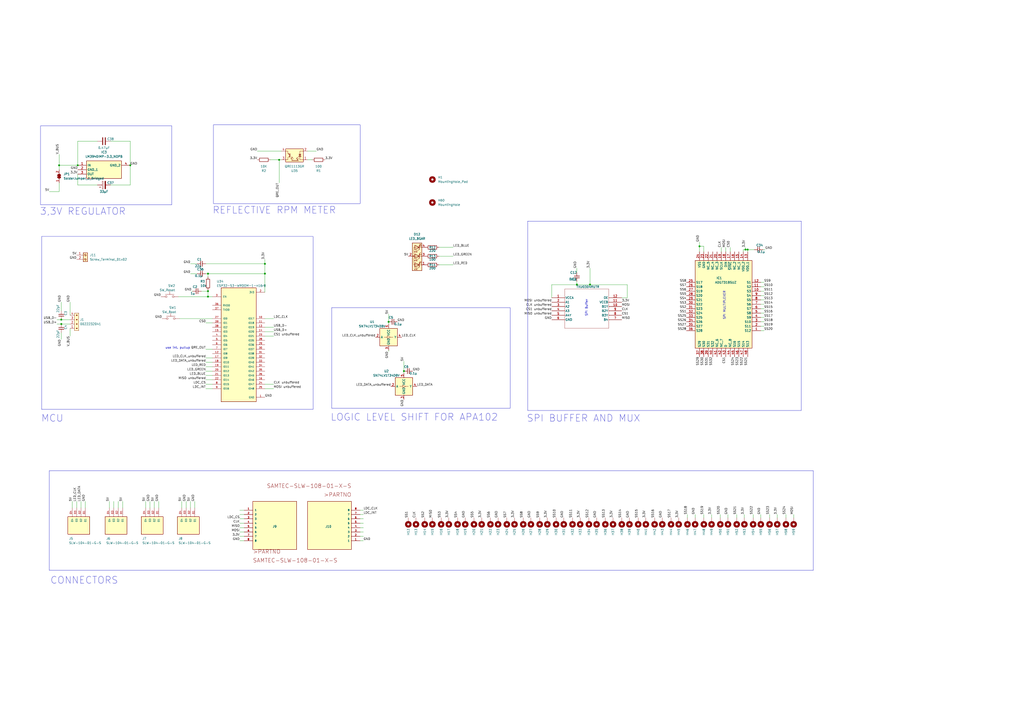
<source format=kicad_sch>
(kicad_sch (version 20230121) (generator eeschema)
  (paper "A2")
  (title_block (title "Rotor Platine") (date "2023-07-15"))
  (junction (at 35.56 185.42))
  (junction (at 161.925 92.71))
  (junction (at 334.645 165.1))
  (junction (at 34.29 95.885))
  (junction (at 45.085 95.885))
  (junction (at 120.65 168.91))
  (junction (at 153.67 158.75))
  (junction (at 35.56 187.96))
  (junction (at 120.65 172.085))
  (junction (at 225.425 186.69))
  (junction (at 234.315 215.265))
  (junction (at 342.265 165.1))
  (junction (at 153.67 153.035))
  (junction (at 432.435 144.78))
  (junction (at 433.705 144.78))
  (junction (at 405.765 142.875))
  (junction (at 75.565 95.885))
  (junction (at 120.65 158.75))
  (wire (pts (xy 139.065 313.69) (xy 141.605 313.69)))
  (wire (pts (xy 34.29 95.885) (xy 34.29 98.425)))
  (wire (pts (xy 116.84 168.91) (xy 120.65 168.91)))
  (wire (pts (xy 35.56 187.96) (xy 40.64 187.96)))
  (wire (pts (xy 139.065 311.15) (xy 141.605 311.15)))
  (wire (pts (xy 234.315 215.265) (xy 234.315 216.535)))
  (wire (pts (xy 320.04 165.1) (xy 320.04 172.72)))
  (wire (pts (xy 210.82 295.91) (xy 208.915 295.91)))
  (wire (pts (xy 89.535 290.83) (xy 89.535 294.64)))
  (wire (pts (xy 84.455 290.83) (xy 84.455 294.64)))
  (wire (pts (xy 443.865 144.78) (xy 442.595 144.78)))
  (wire (pts (xy 443.23 191.77) (xy 441.325 191.77)))
  (wire (pts (xy 105.41 290.83) (xy 105.41 294.64)))
  (wire (pts (xy 210.82 303.53) (xy 208.915 303.53)))
  (wire (pts (xy 417.83 298.45) (xy 417.83 300.355)))
  (wire (pts (xy 153.67 158.75) (xy 153.67 169.545)))
  (wire (pts (xy 119.38 187.325) (xy 123.19 187.325)))
  (wire (pts (xy 443.23 166.37) (xy 441.325 166.37)))
  (wire (pts (xy 66.04 290.83) (xy 66.04 294.64)))
  (wire (pts (xy 28.575 111.125) (xy 34.29 111.125)))
  (wire (pts (xy 110.49 153.035) (xy 114.3 153.035)))
  (wire (pts (xy 433.705 144.78) (xy 433.705 146.05)))
  (wire (pts (xy 210.82 300.99) (xy 208.915 300.99)))
  (wire (pts (xy 119.38 225.425) (xy 123.19 225.425)))
  (wire (pts (xy 68.58 290.83) (xy 68.58 294.64)))
  (wire (pts (xy 398.78 298.45) (xy 398.78 300.355)))
  (wire (pts (xy 75.565 81.915) (xy 75.565 95.885)))
  (wire (pts (xy 436.88 298.45) (xy 436.88 300.355)))
  (wire (pts (xy 139.065 298.45) (xy 141.605 298.45)))
  (wire (pts (xy 44.45 290.83) (xy 44.45 294.64)))
  (wire (pts (xy 45.085 107.315) (xy 56.515 107.315)))
  (wire (pts (xy 422.275 298.45) (xy 422.275 300.355)))
  (wire (pts (xy 443.23 184.15) (xy 441.325 184.15)))
  (wire (pts (xy 64.135 107.315) (xy 75.565 107.315)))
  (wire (pts (xy 431.165 144.78) (xy 431.165 146.05)))
  (wire (pts (xy 120.65 168.91) (xy 120.65 172.085)))
  (wire (pts (xy 120.65 158.75) (xy 120.65 160.655)))
  (wire (pts (xy 210.82 298.45) (xy 208.915 298.45)))
  (wire (pts (xy 139.065 306.07) (xy 141.605 306.07)))
  (wire (pts (xy 431.8 298.45) (xy 431.8 300.355)))
  (wire (pts (xy 63.5 290.83) (xy 63.5 294.64)))
  (wire (pts (xy 119.38 212.725) (xy 123.19 212.725)))
  (wire (pts (xy 103.505 172.085) (xy 120.65 172.085)))
  (wire (pts (xy 158.75 194.945) (xy 153.67 194.945)))
  (wire (pts (xy 139.065 303.53) (xy 141.605 303.53)))
  (wire (pts (xy 45.085 95.885) (xy 45.085 81.915)))
  (wire (pts (xy 40.64 190.5) (xy 40.64 194.945)))
  (wire (pts (xy 119.38 207.645) (xy 123.19 207.645)))
  (wire (pts (xy 334.645 165.1) (xy 342.265 165.1)))
  (wire (pts (xy 180.975 92.71) (xy 178.435 92.71)))
  (wire (pts (xy 431.165 144.78) (xy 432.435 144.78)))
  (wire (pts (xy 225.425 203.2) (xy 225.425 203.835)))
  (wire (pts (xy 225.425 186.69) (xy 225.425 187.96)))
  (wire (pts (xy 360.68 172.72) (xy 363.855 172.72)))
  (wire (pts (xy 443.23 189.23) (xy 441.325 189.23)))
  (wire (pts (xy 119.38 210.185) (xy 123.19 210.185)))
  (wire (pts (xy 443.23 179.07) (xy 441.325 179.07)))
  (wire (pts (xy 119.38 153.035) (xy 153.67 153.035)))
  (wire (pts (xy 158.75 192.405) (xy 153.67 192.405)))
  (wire (pts (xy 423.545 143.51) (xy 423.545 146.05)))
  (wire (pts (xy 104.14 184.785) (xy 123.19 184.785)))
  (wire (pts (xy 156.845 92.71) (xy 161.925 92.71)))
  (wire (pts (xy 34.29 106.045) (xy 34.29 111.125)))
  (wire (pts (xy 153.67 153.035) (xy 153.67 158.75)))
  (wire (pts (xy 443.23 171.45) (xy 441.325 171.45)))
  (wire (pts (xy 45.085 81.915) (xy 56.515 81.915)))
  (wire (pts (xy 183.515 87.63) (xy 178.435 87.63)))
  (wire (pts (xy 334.645 155.575) (xy 334.645 158.115)))
  (wire (pts (xy 120.65 158.75) (xy 153.67 158.75)))
  (wire (pts (xy 408.305 142.875) (xy 408.305 146.05)))
  (wire (pts (xy 443.23 186.69) (xy 441.325 186.69)))
  (wire (pts (xy 427.355 298.45) (xy 427.355 300.355)))
  (wire (pts (xy 119.38 217.805) (xy 123.19 217.805)))
  (wire (pts (xy 342.265 165.1) (xy 363.855 165.1)))
  (wire (pts (xy 33.02 185.42) (xy 35.56 185.42)))
  (wire (pts (xy 119.38 222.885) (xy 123.19 222.885)))
  (wire (pts (xy 210.82 306.07) (xy 208.915 306.07)))
  (wire (pts (xy 443.23 163.83) (xy 441.325 163.83)))
  (wire (pts (xy 412.75 298.45) (xy 412.75 300.355)))
  (wire (pts (xy 421.005 143.51) (xy 421.005 146.05)))
  (wire (pts (xy 262.89 143.51) (xy 254.635 143.51)))
  (wire (pts (xy 433.705 144.78) (xy 437.515 144.78)))
  (wire (pts (xy 75.565 107.315) (xy 75.565 95.885)))
  (wire (pts (xy 158.75 225.425) (xy 153.67 225.425)))
  (wire (pts (xy 455.93 298.45) (xy 455.93 300.355)))
  (wire (pts (xy 92.075 290.83) (xy 92.075 294.64)))
  (wire (pts (xy 432.435 143.51) (xy 432.435 144.78)))
  (wire (pts (xy 49.53 290.83) (xy 49.53 294.64)))
  (wire (pts (xy 64.135 81.915) (xy 75.565 81.915)))
  (wire (pts (xy 139.065 308.61) (xy 141.605 308.61)))
  (wire (pts (xy 443.23 168.91) (xy 441.325 168.91)))
  (wire (pts (xy 71.12 290.83) (xy 71.12 294.64)))
  (wire (pts (xy 149.225 87.63) (xy 163.195 87.63)))
  (wire (pts (xy 34.29 89.535) (xy 34.29 95.885)))
  (wire (pts (xy 210.82 311.15) (xy 208.915 311.15)))
  (wire (pts (xy 363.855 172.72) (xy 363.855 165.1)))
  (wire (pts (xy 46.99 290.83) (xy 46.99 294.64)))
  (wire (pts (xy 443.23 176.53) (xy 441.325 176.53)))
  (wire (pts (xy 119.38 202.565) (xy 123.19 202.565)))
  (wire (pts (xy 110.49 290.83) (xy 110.49 294.64)))
  (wire (pts (xy 86.995 290.83) (xy 86.995 294.64)))
  (wire (pts (xy 110.49 158.75) (xy 114.3 158.75)))
  (wire (pts (xy 161.925 92.71) (xy 161.925 106.045)))
  (wire (pts (xy 123.19 172.085) (xy 120.65 172.085)))
  (wire (pts (xy 35.56 185.42) (xy 40.64 185.42)))
  (wire (pts (xy 139.065 300.99) (xy 141.605 300.99)))
  (wire (pts (xy 441.325 298.45) (xy 441.325 300.355)))
  (wire (pts (xy 432.435 144.78) (xy 433.705 144.78)))
  (wire (pts (xy 158.75 222.885) (xy 153.67 222.885)))
  (wire (pts (xy 120.65 168.275) (xy 120.65 168.91)))
  (wire (pts (xy 225.425 182.245) (xy 225.425 186.69)))
  (wire (pts (xy 342.265 155.575) (xy 342.265 165.1)))
  (wire (pts (xy 210.82 313.69) (xy 208.915 313.69)))
  (wire (pts (xy 405.765 142.875) (xy 408.305 142.875)))
  (wire (pts (xy 405.765 140.335) (xy 405.765 142.875)))
  (wire (pts (xy 119.38 220.345) (xy 123.19 220.345)))
  (wire (pts (xy 40.64 175.26) (xy 40.64 182.88)))
  (wire (pts (xy 262.89 153.67) (xy 254.635 153.67)))
  (wire (pts (xy 443.23 181.61) (xy 441.325 181.61)))
  (wire (pts (xy 408.305 298.45) (xy 408.305 300.355)))
  (wire (pts (xy 35.56 175.26) (xy 35.56 180.34)))
  (wire (pts (xy 460.375 298.45) (xy 460.375 300.355)))
  (wire (pts (xy 113.03 290.83) (xy 113.03 294.64)))
  (wire (pts (xy 320.04 165.1) (xy 334.645 165.1)))
  (wire (pts (xy 403.225 298.45) (xy 403.225 300.355)))
  (wire (pts (xy 262.89 148.59) (xy 254.635 148.59)))
  (wire (pts (xy 153.67 150.495) (xy 153.67 153.035)))
  (wire (pts (xy 111.125 168.91) (xy 111.76 168.91)))
  (wire (pts (xy 161.925 92.71) (xy 163.195 92.71)))
  (wire (pts (xy 443.23 173.99) (xy 441.325 173.99)))
  (wire (pts (xy 418.465 143.51) (xy 418.465 146.05)))
  (wire (pts (xy 41.91 290.83) (xy 41.91 294.64)))
  (wire (pts (xy 107.95 290.83) (xy 107.95 294.64)))
  (wire (pts (xy 139.065 295.91) (xy 141.605 295.91)))
  (wire (pts (xy 405.765 142.875) (xy 405.765 146.05)))
  (wire (pts (xy 34.29 95.885) (xy 45.085 95.885)))
  (wire (pts (xy 119.38 215.265) (xy 123.19 215.265)))
  (wire (pts (xy 158.75 189.865) (xy 153.67 189.865)))
  (wire (pts (xy 446.405 298.45) (xy 446.405 300.355)))
  (wire (pts (xy 35.56 193.04) (xy 35.56 196.85)))
  (wire (pts (xy 158.75 184.785) (xy 153.67 184.785)))
  (wire (pts (xy 45.085 100.965) (xy 45.085 107.315)))
  (wire (pts (xy 210.82 308.61) (xy 208.915 308.61)))
  (wire (pts (xy 450.85 298.45) (xy 450.85 300.355)))
  (wire (pts (xy 33.02 187.96) (xy 35.56 187.96)))
  (wire (pts (xy 234.315 209.55) (xy 234.315 215.265)))
  (wire (pts (xy 119.38 158.75) (xy 120.65 158.75)))
  (wire (pts (xy 334.645 163.195) (xy 334.645 165.1)))
  (rectangle (start 306.07 128.27) (end 464.82 238.125))
  (rectangle (start 123.825 72.39) (end 208.915 118.11))
  (rectangle (start 23.495 73.025) (end 99.695 118.745))
  (rectangle (start 24.13 137.16) (end 181.61 237.49))
  (rectangle (start 192.405 178.435) (end 295.91 236.855))
  (rectangle (start 28.575 273.05) (end 471.805 330.835))
  (text "SPI MULTIPLEXER\n" (at 421.005 185.42 90) (effects (font (size 1.27 1.27)) (justify left bottom)))
  (text "MCU" (at 36.83 245.11 0) (effects (font (size 4 4)) (justify right bottom)))
  (text "REFLECTIVE RPM METER\n\n" (at 194.945 130.81 0) (effects (font (size 4 4)) (justify right bottom)))
  (text "use int. pullup" (at 95.885 202.565 0) (effects (font (size 1.27 1.27)) (justify left bottom)))
  (text "SPI BUFFER AND MUX\n" (at 371.475 245.11 0) (effects (font (size 4 4)) (justify right bottom)))
  (text "LOGIC LEVEL SHIFT FOR APA102\n" (at 288.925 244.475 0) (effects (font (size 4 4)) (justify right bottom)))
  (text "CONNECTORS" (at 68.58 339.09 0) (effects (font (size 4 4)) (justify right bottom)))
  (text "3,3V REGULATOR\n" (at 73.025 125.095 0) (effects (font (size 4 4)) (justify right bottom)))
  (text "SPI Buffer" (at 340.995 183.515 90) (effects (font (size 1.27 1.27)) (justify left bottom)))
  (label "SS10" (at 443.23 166.37 0))
  (label "SS4" (at 398.145 173.99 180))
  (label "GND" (at 35.56 196.85 270))
  (label "SS22" (at 436.88 298.45 90))
  (label "USB_D-" (at 158.75 189.865 0))
  (label "CS1" (at 421.005 207.01 270))
  (label "SS9" (at 443.23 163.83 0))
  (label "CLK" (at 360.68 180.34 0))
  (label "SS20" (at 443.23 191.77 0))
  (label "SS9" (at 313.055 300.355 90))
  (label "GND" (at 40.64 175.26 90))
  (label "LED_DATA_unbuffered" (at 119.38 210.185 180))
  (label "5V" (at 225.425 182.245 90))
  (label "CLK unbuffered" (at 158.75 222.885 0))
  (label "LED_GREEN" (at 262.89 148.59 0))
  (label "SS24" (at 455.93 298.45 90))
  (label "GND" (at 210.82 313.69 0))
  (label "MOSI" (at 460.375 298.45 90))
  (label "3.3V" (at 139.065 311.15 180))
  (label "3.3V" (at 450.85 298.45 90))
  (label "GND" (at 93.345 172.085 180))
  (label "GND" (at 149.225 87.63 180))
  (label "GND" (at 75.565 95.885 0))
  (label "GND" (at 443.865 144.78 0))
  (label "MISO unbuffered" (at 119.38 220.345 180))
  (label "3.3V" (at 412.75 298.45 90))
  (label "LED_DATA" (at 46.99 290.83 90))
  (label "3.3V" (at 431.8 298.45 90))
  (label "SS1" (at 398.145 181.61 180))
  (label "3.3V" (at 188.595 92.71 0))
  (label "GND" (at 320.04 185.42 180))
  (label "LED_BLUE" (at 119.38 217.805 180))
  (label "SS31" (at 410.845 207.01 270))
  (label "GND" (at 139.065 313.69 180))
  (label "3.3V" (at 279.4 300.355 90))
  (label "3.3V" (at 45.085 100.965 180))
  (label "SS32" (at 413.385 207.01 270))
  (label "SS27" (at 398.145 189.23 180))
  (label "SS12" (at 443.23 171.45 0))
  (label "USB_D-" (at 33.02 185.42 180))
  (label "SS18" (at 398.78 298.45 90))
  (label "3.3V" (at 374.65 300.355 90))
  (label "MOSI unbuffered" (at 320.04 175.26 180))
  (label "LED_CLK_unbuffered" (at 119.38 207.645 180))
  (label "MOSI unbuffered" (at 158.75 225.425 0))
  (label "CS1" (at 360.68 182.88 0))
  (label "CS0" (at 423.545 143.51 90))
  (label "3.3V" (at 355.6 300.355 90))
  (label "LED_RED" (at 119.38 212.725 180))
  (label "GND" (at 113.03 290.83 90))
  (label "SS3" (at 255.905 300.355 90))
  (label "SS21" (at 433.705 207.01 270))
  (label "GND" (at 35.56 175.26 90))
  (label "GND" (at 288.925 300.355 90))
  (label "MISO" (at 360.68 185.42 0))
  (label "SS13" (at 351.155 300.355 90))
  (label "SS1" (at 236.855 300.355 90))
  (label "SS15" (at 443.23 179.07 0))
  (label "GND" (at 110.49 158.75 180))
  (label "GND" (at 441.325 298.45 90))
  (label "CLK" (at 418.465 143.51 90))
  (label "CS1 unbuffered" (at 158.75 194.945 0))
  (label "LED_CLK" (at 233.045 195.58 0))
  (label "LED_BLUE" (at 262.89 143.51 0))
  (label "SS16" (at 443.23 181.61 0))
  (label "MISO unbuffered" (at 320.04 182.88 180))
  (label "5V" (at 41.91 290.83 90))
  (label "GND" (at 405.765 140.335 90))
  (label "MISO" (at 250.825 300.355 90))
  (label "GND" (at 45.085 98.425 180))
  (label "SS5" (at 398.145 171.45 180))
  (label "SS19" (at 408.305 298.45 90))
  (label "SS5" (at 274.955 300.355 90))
  (label "SS14" (at 360.68 300.355 90))
  (label "CLK unbuffered" (at 320.04 177.8 180))
  (label "SS24" (at 426.085 207.01 270))
  (label "3.3V" (at 342.265 155.575 90))
  (label "QRE_OUT" (at 119.38 202.565 180))
  (label "LED_CLK_unbuffered" (at 217.805 195.58 180))
  (label "SS22" (at 431.165 207.01 270))
  (label "SS10" (at 322.58 300.355 90))
  (label "5V" (at 105.41 290.83 90))
  (label "5V" (at 234.315 209.55 90))
  (label "SS14" (at 443.23 176.53 0))
  (label "GND" (at 239.395 215.265 0))
  (label "MISO" (at 139.065 306.07 180))
  (label "SS17" (at 443.23 184.15 0))
  (label "SS23" (at 428.625 207.01 270))
  (label "SS19" (at 443.23 189.23 0))
  (label "3.3V" (at 393.7 300.355 90))
  (label "3.3V" (at 260.35 300.355 90))
  (label "GND" (at 422.275 298.45 90))
  (label "GND" (at 346.075 300.355 90))
  (label "SS12" (at 341.63 300.355 90))
  (label "MOSI" (at 139.065 308.61 180))
  (label "LED_DATA" (at 241.935 224.155 0))
  (label "5V" (at 89.535 290.83 90))
  (label "LDC_INT" (at 119.38 225.425 180))
  (label "SS11" (at 443.23 168.91 0))
  (label "SS8" (at 303.53 300.355 90))
  (label "SS2" (at 398.145 179.07 180))
  (label "SS23" (at 446.405 298.45 90))
  (label "3.3V" (at 153.67 150.495 90))
  (label "SS15" (at 370.205 300.355 90))
  (label "V_BUS" (at 34.29 89.535 90))
  (label "SS17" (at 389.255 300.355 90))
  (label "SS26" (at 398.145 186.69 180))
  (label "LDC_CS" (at 119.38 222.885 180))
  (label "CS0" (at 119.38 187.325 180))
  (label "GND" (at 269.875 300.355 90))
  (label "LED_RED" (at 262.89 153.67 0))
  (label "GND" (at 110.49 153.035 180))
  (label "GND" (at 403.225 298.45 90))
  (label "SS7" (at 294.005 300.355 90))
  (label "SS4" (at 265.43 300.355 90))
  (label "SS28" (at 398.145 191.77 180))
  (label "3.3V" (at 149.225 92.71 180))
  (label "GND" (at 153.67 230.505 0))
  (label "GND" (at 92.075 290.83 90))
  (label "5V" (at 63.5 290.83 90))
  (label "GND" (at 93.98 184.785 180))
  (label "SS30" (at 408.305 207.01 270))
  (label "GND" (at 44.45 150.495 180))
  (label "LED_DATA_unbuffered" (at 226.695 224.155 180))
  (label "MOSI" (at 421.005 143.51 90))
  (label "SS18" (at 443.23 186.69 0))
  (label "5V" (at 28.575 111.125 180))
  (label "SS16" (at 379.73 300.355 90))
  (label "3.3V" (at 317.5 300.355 90))
  (label "SS25" (at 398.145 184.15 180))
  (label "GND" (at 225.425 203.835 270))
  (label "SS6" (at 398.145 168.91 180))
  (label "5V" (at 44.45 147.955 180))
  (label "LED_GREEN" (at 119.38 215.265 180))
  (label "V_BUS" (at 40.64 194.945 270))
  (label "SS6" (at 284.48 300.355 90))
  (label "MOSI" (at 360.68 177.8 0))
  (label "SS11" (at 332.105 300.355 90))
  (label "GND" (at 307.975 300.355 90))
  (label "LDC_CLK" (at 210.82 295.91 0))
  (label "GND" (at 107.95 290.83 90))
  (label "LED_CLK" (at 44.45 290.83 90))
  (label "GND" (at 384.175 300.355 90))
  (label "SS13" (at 443.23 173.99 0))
  (label "5V" (at 236.855 148.59 180))
  (label "QRE_OUT" (at 161.925 106.045 270))
  (label "3.3V" (at 432.435 143.51 90))
  (label "3.3V" (at 360.68 175.26 0))
  (label "SS8" (at 398.145 163.83 180))
  (label "3.3V" (at 298.45 300.355 90))
  (label "GND" (at 334.645 155.575 90))
  (label "5V" (at 84.455 290.83 90))
  (label "5V" (at 71.12 290.83 90))
  (label "3.3V" (at 336.55 300.355 90))
  (label "LDC_CLK" (at 158.75 184.785 0))
  (label "GND" (at 49.53 290.83 90))
  (label "LDC_INT" (at 210.82 298.45 0))
  (label "CS1 unbuffered" (at 320.04 180.34 180))
  (label "SS7" (at 398.145 166.37 180))
  (label "SS21" (at 427.355 298.45 90))
  (label "GND" (at 111.125 168.91 180))
  (label "CLK" (at 139.065 303.53 180))
  (label "GND" (at 86.995 290.83 90))
  (label "GND" (at 327.025 300.355 90))
  (label "GND" (at 234.315 231.775 270))
  (label "5V" (at 110.49 290.83 90))
  (label "SS2" (at 246.38 300.355 90))
  (label "GND" (at 365.125 300.355 90))
  (label "CLK" (at 241.3 300.355 90))
  (label "USB_D+" (at 158.75 192.405 0))
  (label "SS3" (at 398.145 176.53 180))
  (label "GND" (at 183.515 87.63 0))
  (label "SS20" (at 417.83 298.45 90))
  (label "LDC_CS" (at 139.065 300.99 180))
  (label "SS29" (at 405.765 207.01 270))
  (label "GND" (at 230.505 186.69 0))
  (label "USB_D+" (at 33.02 187.96 180))
  (symbol (lib_id "Mechanical:MountingHole_Pad") (at 355.6 302.895 180) (unit 1)
    (property "Reference" "H37" (at 355.6 310.515 90) (effects (justify right)))
    (property "Value" "MountingHole_Pad" (effects hide))
    (property "Footprint" "Own_Library:mill_max - 0670 RECEPTACLE WITH NO TAIL" (effects hide))
  )
  (symbol (lib_id "TXU0304RUTR:TXU0304RUTR") (at 320.04 172.72 0) (unit 1)
    (property "Reference" "IC2" (at 332.74 161.925 0))
    (property "Value" "TXU0304RUTR" (at 340.995 166.37 0))
    (property "Footprint" "QFN_04RUTR_TEX" (effects hide))
    (property "Datasheet" "TXU0304RUTR" (effects hide))
    (property "Height" "1.2" (effects hide))
    (property "Manufacturer_Name" "Texas Instruments" (effects hide))
    (property "Manufacturer_Part_Number" "TXU0304PWR" (effects hide))
    (property "Mouser Part Number" "595-TXU0304PWR" (effects hide))
    (property "Mouser Price/Stock" "https://www.mouser.co.uk/ProductDetail/Texas-Instruments/TXU0304PWR?qs=QNEnbhJQKvZVYXIKZoXs0A%3D%3D" (effects hide))
    (property "Arrow Part Number" "TXU0304PWR" (effects hide))
    (property "Arrow Price/Stock" "https://www.arrow.com/en/products/txu0304pwr/texas-instruments?region=nac" (effects hide))
  )
  (symbol (lib_id "Mechanical:MountingHole_Pad") (at 431.8 302.895 180) (unit 1)
    (property "Reference" "H53" (at 431.8 310.515 90) (effects (justify right)))
    (property "Value" "MountingHole_Pad" (effects hide))
    (property "Footprint" "Own_Library:mill_max - 0670 RECEPTACLE WITH NO TAIL" (effects hide))
  )
  (symbol (lib_id "Device:C_Small") (at 236.855 215.265 270) (mirror x) (unit 1)
    (property "Reference" "C6" (at 234.315 212.725 90) (effects (justify left)))
    (property "Value" "0.1µ" (at 237.49 216.535 90) (effects (justify left)))
    (property "Footprint" "Capacitor_SMD:C_0402_1005Metric" (effects hide))
  )
  (symbol (lib_id "Mechanical:MountingHole_Pad") (at 279.4 302.895 180) (unit 1)
    (property "Reference" "H21" (at 279.4 310.515 90) (effects (justify right)))
    (property "Value" "MountingHole_Pad" (effects hide))
    (property "Footprint" "Own_Library:mill_max - 0670 RECEPTACLE WITH NO TAIL" (effects hide))
  )
  (symbol (lib_id "Mechanical:MountingHole_Pad") (at 322.58 302.895 180) (unit 1)
    (property "Reference" "H30" (at 322.58 310.515 90) (effects (justify right)))
    (property "Value" "MountingHole_Pad" (effects hide))
    (property "Footprint" "Own_Library:mill_max - 0670 RECEPTACLE WITH NO TAIL" (effects hide))
  )
  (symbol (lib_id "SAMTEC-SLW-108-01-X-S:SAMTEC-SLW-108-01-X-S") (at 146.685 295.91 0) (unit 1)
    (property "Reference" "J9" (at 158.115 305.435 0) (effects (justify left)))
    (property "Value" "SAMTEC-SLW-108-01-X-S" (effects hide))
    (property "Footprint" "Own_Library:SAMTEC-SLW-108-01-X-S" (effects hide))
  )
  (symbol (lib_id "Mechanical:MountingHole_Pad") (at 327.025 302.895 180) (unit 1)
    (property "Reference" "H31" (at 327.025 310.515 90) (effects (justify right)))
    (property "Value" "MountingHole_Pad" (effects hide))
    (property "Footprint" "Own_Library:mill_max - 0670 RECEPTACLE WITH NO TAIL" (effects hide))
  )
  (symbol (lib_id "Mechanical:MountingHole") (at 250.825 104.14 0) (unit 1)
    (property "Reference" "H1" (at 254 102.87 0) (effects (justify left)))
    (property "Value" "MountingHole_Pad" (at 254 105.41 0) (effects (justify left)))
    (property "Footprint" "Own_Library:MountingHole_M2_own" (effects hide))
  )
  (symbol (lib_id "Device:R") (at 153.035 92.71 270) (unit 1)
    (property "Reference" "R2" (at 153.035 99.06 90))
    (property "Value" "10K" (at 153.035 96.52 90))
    (property "Footprint" "Resistor_SMD:R_0402_1005Metric" (effects hide))
  )
  (symbol (lib_id "LM3940IMP-3_3_NOPB:LM3940IMP-3.3_NOPB") (at 45.085 95.885 0) (unit 1)
    (property "Reference" "IC3" (at 60.325 88.265 0))
    (property "Value" "LM3940IMP-3.3_NOPB" (at 60.325 90.805 0))
    (property "Footprint" "Package_TO_SOT_SMD:SOT-223" (effects hide))
    (property "Datasheet" "http://www.ti.com/lit/ds/symlink/lm3940.pdf" (effects hide))
    (property "Height" "1.8" (effects hide))
    (property "Manufacturer_Name" "Texas Instruments" (effects hide))
    (property "Manufacturer_Part_Number" "LM3940IMP-3.3/NOPB" (effects hide))
    (property "Mouser Part Number" "926-LM3940IMP3.3NOPB" (effects hide))
    (property "Mouser Price/Stock" "https://www.mouser.co.uk/ProductDetail/Texas-Instruments/LM3940IMP-3.3-NOPB?qs=QbsRYf82W3EIVCEt3IRFTQ%3D%3D" (effects hide))
    (property "Arrow Part Number" "LM3940IMP-3.3/NOPB" (effects hide))
    (property "Arrow Price/Stock" "https://www.arrow.com/en/products/lm3940imp-3.3nopb/texas-instruments?region=nac" (effects hide))
  )
  (symbol (lib_id "Mechanical:MountingHole_Pad") (at 436.88 302.895 180) (unit 1)
    (property "Reference" "H54" (at 436.88 310.515 90) (effects (justify right)))
    (property "Value" "MountingHole_Pad" (effects hide))
    (property "Footprint" "Own_Library:mill_max - 0670 RECEPTACLE WITH NO TAIL" (effects hide))
  )
  (symbol (lib_id "SLW-104-01-G-S:SLW-104-01-G-S") (at 110.49 304.8 270) (unit 1)
    (property "Reference" "J8" (at 103.505 312.42 90) (effects (justify left)))
    (property "Value" "SLW-104-01-G-S" (at 103.505 314.96 90) (effects (justify left)))
    (property "Footprint" "Own_Library:SAMTEC_SLW-104-01-G-S" (effects hide))
    (property "PARTREV" "B" (effects hide))
    (property "SNAPEDA_PN" "SLW-104-01-T-S" (effects hide))
    (property "STANDARD" "Manufactuer Recommendations" (effects hide))
    (property "MAXIMUM_PACKAGE_HEIGHT" "4.57mm" (effects hide))
    (property "MANUFACTURER" "Samtec" (effects hide))
  )
  (symbol (lib_id "Mechanical:MountingHole_Pad") (at 360.68 302.895 180) (unit 1)
    (property "Reference" "H38" (at 360.68 310.515 90) (effects (justify right)))
    (property "Value" "MountingHole_Pad" (effects hide))
    (property "Footprint" "Own_Library:mill_max - 0670 RECEPTACLE WITH NO TAIL" (effects hide))
  )
  (symbol (lib_id "Mechanical:MountingHole_Pad") (at 336.55 302.895 180) (unit 1)
    (property "Reference" "H33" (at 336.55 310.515 90) (effects (justify right)))
    (property "Value" "MountingHole_Pad" (effects hide))
    (property "Footprint" "Own_Library:mill_max - 0670 RECEPTACLE WITH NO TAIL" (effects hide))
  )
  (symbol (lib_id "Mechanical:MountingHole_Pad") (at 450.85 302.895 180) (unit 1)
    (property "Reference" "H57" (at 450.85 310.515 90) (effects (justify right)))
    (property "Value" "MountingHole_Pad" (effects hide))
    (property "Footprint" "Own_Library:mill_max - 0670 RECEPTACLE WITH NO TAIL" (effects hide))
  )
  (symbol (lib_id "Mechanical:MountingHole_Pad") (at 346.075 302.895 180) (unit 1)
    (property "Reference" "H35" (at 346.075 310.515 90) (effects (justify right)))
    (property "Value" "MountingHole_Pad" (effects hide))
    (property "Footprint" "Own_Library:mill_max - 0670 RECEPTACLE WITH NO TAIL" (effects hide))
  )
  (symbol (lib_id "Mechanical:MountingHole_Pad") (at 303.53 302.895 180) (unit 1)
    (property "Reference" "H26" (at 303.53 310.515 90) (effects (justify right)))
    (property "Value" "MountingHole_Pad" (effects hide))
    (property "Footprint" "Own_Library:mill_max - 0670 RECEPTACLE WITH NO TAIL" (effects hide))
  )
  (symbol (lib_id "SLW-104-01-G-S:SLW-104-01-G-S") (at 68.58 304.8 270) (unit 1)
    (property "Reference" "J6" (at 61.595 312.42 90) (effects (justify left)))
    (property "Value" "SLW-104-01-G-S" (at 61.595 314.96 90) (effects (justify left)))
    (property "Footprint" "Own_Library:SAMTEC_SLW-104-01-G-S" (effects hide))
    (property "PARTREV" "B" (effects hide))
    (property "SNAPEDA_PN" "SLW-104-01-T-S" (effects hide))
    (property "STANDARD" "Manufactuer Recommendations" (effects hide))
    (property "MAXIMUM_PACKAGE_HEIGHT" "4.57mm" (effects hide))
    (property "MANUFACTURER" "Samtec" (effects hide))
  )
  (symbol (lib_id "Mechanical:MountingHole_Pad") (at 341.63 302.895 180) (unit 1)
    (property "Reference" "H34" (at 341.63 310.515 90) (effects (justify right)))
    (property "Value" "MountingHole_Pad" (effects hide))
    (property "Footprint" "Own_Library:mill_max - 0670 RECEPTACLE WITH NO TAIL" (effects hide))
  )
  (symbol (lib_id "Mechanical:MountingHole") (at 250.825 117.475 0) (unit 1)
    (property "Reference" "H60" (at 254 116.205 0) (effects (justify left)))
    (property "Value" "MountingHole" (at 254 118.745 0) (effects (justify left)))
    (property "Footprint" "MountingHole:MountingHole_3.2mm_M3_DIN965" (effects hide))
  )
  (symbol (lib_id "Device:C_Small") (at 116.84 158.75 270) (mirror x) (unit 1)
    (property "Reference" "C36" (at 114.3 156.21 90) (effects (justify left)))
    (property "Value" "0.1µ" (at 113.03 160.02 90) (effects (justify left)))
    (property "Footprint" "Capacitor_SMD:C_0402_1005Metric" (effects hide))
  )
  (symbol (lib_id "Mechanical:MountingHole_Pad") (at 422.275 302.895 180) (unit 1)
    (property "Reference" "H51" (at 422.275 310.515 90) (effects (justify right)))
    (property "Value" "MountingHole_Pad" (effects hide))
    (property "Footprint" "Own_Library:mill_max - 0670 RECEPTACLE WITH NO TAIL" (effects hide))
  )
  (symbol (lib_id "Mechanical:MountingHole_Pad") (at 365.125 302.895 180) (unit 1)
    (property "Reference" "H39" (at 365.125 310.515 90) (effects (justify right)))
    (property "Value" "MountingHole_Pad" (effects hide))
    (property "Footprint" "Own_Library:mill_max - 0670 RECEPTACLE WITH NO TAIL" (effects hide))
  )
  (symbol (lib_id "Mechanical:MountingHole_Pad") (at 288.925 302.895 180) (unit 1)
    (property "Reference" "H23" (at 288.925 310.515 90) (effects (justify right)))
    (property "Value" "MountingHole_Pad" (effects hide))
    (property "Footprint" "Own_Library:mill_max - 0670 RECEPTACLE WITH NO TAIL" (effects hide))
  )
  (symbol (lib_id "Mechanical:MountingHole_Pad") (at 294.005 302.895 180) (unit 1)
    (property "Reference" "H24" (at 294.005 310.515 90) (effects (justify right)))
    (property "Value" "MountingHole_Pad" (effects hide))
    (property "Footprint" "Own_Library:mill_max - 0670 RECEPTACLE WITH NO TAIL" (effects hide))
  )
  (symbol (lib_id "Mechanical:MountingHole_Pad") (at 332.105 302.895 180) (unit 1)
    (property "Reference" "H32" (at 332.105 310.515 90) (effects (justify right)))
    (property "Value" "MountingHole_Pad" (effects hide))
    (property "Footprint" "Own_Library:mill_max - 0670 RECEPTACLE WITH NO TAIL" (effects hide))
  )
  (symbol (lib_id "Mechanical:MountingHole_Pad") (at 412.75 302.895 180) (unit 1)
    (property "Reference" "H49" (at 412.75 310.515 90) (effects (justify right)))
    (property "Value" "MountingHole_Pad" (effects hide))
    (property "Footprint" "Own_Library:mill_max - 0670 RECEPTACLE WITH NO TAIL" (effects hide))
  )
  (symbol (lib_id "Device:R") (at 250.825 143.51 270) (unit 1)
    (property "Reference" "R12" (at 250.825 143.51 90))
    (property "Value" "220" (at 250.825 145.415 90))
    (property "Footprint" "Resistor_SMD:R_0402_1005Metric" (effects hide))
  )
  (symbol (lib_id "Mechanical:MountingHole_Pad") (at 403.225 302.895 180) (unit 1)
    (property "Reference" "H47" (at 403.225 310.515 90) (effects (justify right)))
    (property "Value" "MountingHole_Pad" (effects hide))
    (property "Footprint" "Own_Library:mill_max - 0670 RECEPTACLE WITH NO TAIL" (effects hide))
  )
  (symbol (lib_id "Device:C_Small") (at 227.965 186.69 270) (mirror x) (unit 1)
    (property "Reference" "C5" (at 225.425 184.15 90) (effects (justify left)))
    (property "Value" "0.1µ" (at 228.6 187.96 90) (effects (justify left)))
    (property "Footprint" "Capacitor_SMD:C_0402_1005Metric" (effects hide))
  )
  (symbol (lib_id "Device:LED_RAGB") (at 241.935 148.59 180) (unit 1)
    (property "Reference" "D12" (at 241.935 135.89 0))
    (property "Value" "LED_BGAR" (at 241.935 138.43 0))
    (property "Footprint" "LED_THT:LED_D5.0mm-4_RGB" (effects hide))
  )
  (symbol (lib_id "ESP32-S3-WROOM-1-N16R2:ESP32-S3-WROOM-1-N16R2") (at 138.43 200.025 0) (unit 1)
    (property "Reference" "U34" (at 125.73 163.195 0) (effects (justify left)))
    (property "Value" "ESP32-S3-WROOM-1-n16r8" (at 125.73 165.735 0) (effects (justify left)))
    (property "Footprint" "Own_Library:ESP32-S3-WROOM-1-N16R2" (effects hide))
    (property "Datasheet" "https://www.espressif.com/sites/default/files/documentation/esp32-wroom-32_datasheet_en.pdf" (effects hide))
    (property "MF" "Espressif Systems" (effects hide))
    (property "MAXIMUM_PACKAGE_HEIGHT" "3.25mm" (effects hide))
    (property "Package" "NON STANDARD Espressif Systems" (effects hide))
    (property "Price" "None" (effects hide))
    (property "Check_prices" "https://www.snapeda.com/parts/ESP32-S3-WROOM-1-N16R2/Espressif+Systems/view-part/?ref=eda" (effects hide))
    (property "STANDARD" "Manufacturer Recommendations" (effects hide))
    (property "PARTREV" "v1.0" (effects hide))
    (property "SnapEDA_Link" "https://www.snapeda.com/parts/ESP32-S3-WROOM-1-N16R2/Espressif+Systems/view-part/?ref=snap" (effects hide))
    (property "MP" "ESP32-S3-WROOM-1-N16R8" (effects hide))
    (property "Purchase-URL" "https://www.snapeda.com/api/url_track_click_mouser/?unipart_id=11099128&manufacturer=Espressif Systems&part_name=ESP32-S3-WROOM-1-N16R2&search_term=None" (effects hide))
    (property "Description" "\nBluetooth, WiFi 802.11b/g/n, Bluetooth v5.0 Transceiver Module 2.4GHz PCB Trace Surface Mount\n" (effects hide))
    (property "Availability" "In Stock" (effects hide))
    (property "MANUFACTURER" "Espressif" (effects hide))
  )
  (symbol (lib_id "Mechanical:MountingHole_Pad") (at 417.83 302.895 180) (unit 1)
    (property "Reference" "H50" (at 417.83 310.515 90) (effects (justify right)))
    (property "Value" "MountingHole_Pad" (effects hide))
    (property "Footprint" "Own_Library:mill_max - 0670 RECEPTACLE WITH NO TAIL" (effects hide))
  )
  (symbol (lib_id "Mechanical:MountingHole_Pad") (at 446.405 302.895 180) (unit 1)
    (property "Reference" "H56" (at 446.405 310.515 90) (effects (justify right)))
    (property "Value" "MountingHole_Pad" (effects hide))
    (property "Footprint" "Own_Library:mill_max - 0670 RECEPTACLE WITH NO TAIL" (effects hide))
  )
  (symbol (lib_id "Device:R") (at 250.825 153.67 270) (unit 1)
    (property "Reference" "R14" (at 250.825 153.67 90))
    (property "Value" "200" (at 250.825 155.575 90))
    (property "Footprint" "Resistor_SMD:R_0402_1005Metric" (effects hide))
  )
  (symbol (lib_id "Switch:SW_Push") (at 99.06 184.785 0) (unit 1)
    (property "Reference" "SW1" (at 102.235 178.435 0) (effects (justify right)))
    (property "Value" "SW_Boot" (at 102.235 180.975 0) (effects (justify right)))
    (property "Footprint" "Button_Switch_SMD:SW_SPST_B3U-1000P" (effects hide))
  )
  (symbol (lib_id "SLW-104-01-G-S:SLW-104-01-G-S") (at 46.99 304.8 270) (unit 1)
    (property "Reference" "J5" (at 40.005 312.42 90) (effects (justify left)))
    (property "Value" "SLW-104-01-G-S" (at 40.005 314.96 90) (effects (justify left)))
    (property "Footprint" "Own_Library:SAMTEC_SLW-104-01-G-S" (effects hide))
    (property "PARTREV" "B" (effects hide))
    (property "SNAPEDA_PN" "SLW-104-01-T-S" (effects hide))
    (property "STANDARD" "Manufactuer Recommendations" (effects hide))
    (property "MAXIMUM_PACKAGE_HEIGHT" "4.57mm" (effects hide))
    (property "MANUFACTURER" "Samtec" (effects hide))
  )
  (symbol (lib_id "Jumper:SolderJumper_2_Bridged") (at 34.29 102.235 90) (unit 1)
    (property "Reference" "JP1" (at 36.83 100.965 90) (effects (justify right)))
    (property "Value" "SolderJumper_2_Bridged" (at 36.83 103.505 90) (effects (justify right)))
    (property "Footprint" "Jumper:SolderJumper-2_P1.3mm_Open_Pad1.0x1.5mm" (effects hide))
  )
  (symbol (lib_id "Device:C_Small") (at 35.56 190.5 0) (mirror y) (unit 1)
    (property "Reference" "C4" (at 38.1 191.135 90) (effects (justify left)))
    (property "Value" "22pF" (at 33.655 196.215 90) (effects (justify left)))
    (property "Footprint" "Capacitor_SMD:C_0402_1005Metric" (effects hide))
  )
  (symbol (lib_id "Mechanical:MountingHole_Pad") (at 260.35 302.895 180) (unit 1)
    (property "Reference" "H17" (at 260.35 310.515 90) (effects (justify right)))
    (property "Value" "MountingHole_Pad" (effects hide))
    (property "Footprint" "Own_Library:mill_max - 0670 RECEPTACLE WITH NO TAIL" (effects hide))
  )
  (symbol (lib_id "Mechanical:MountingHole_Pad") (at 246.38 302.895 180) (unit 1)
    (property "Reference" "H14" (at 246.38 310.515 90) (effects (justify right)))
    (property "Value" "MountingHole_Pad" (effects hide))
    (property "Footprint" "Own_Library:mill_max - 0670 RECEPTACLE WITH NO TAIL" (effects hide))
  )
  (symbol (lib_id "Mechanical:MountingHole_Pad") (at 427.355 302.895 180) (unit 1)
    (property "Reference" "H52" (at 427.355 310.515 90) (effects (justify right)))
    (property "Value" "MountingHole_Pad" (effects hide))
    (property "Footprint" "Own_Library:mill_max - 0670 RECEPTACLE WITH NO TAIL" (effects hide))
  )
  (symbol (lib_id "Device:R") (at 184.785 92.71 270) (unit 1)
    (property "Reference" "R1" (at 184.785 99.06 90))
    (property "Value" "100" (at 184.785 96.52 90))
    (property "Footprint" "Resistor_SMD:R_0402_1005Metric" (effects hide))
  )
  (symbol (lib_id "ADG731BSUZ:ADG731BSUZ") (at 441.325 191.77 180) (unit 1)
    (property "Reference" "IC1" (at 417.195 161.29 0))
    (property "Value" "ADG731BSUZ" (at 421.005 163.83 0))
    (property "Footprint" "Package_QFP:TQFP-48_7x7mm_P0.5mm" (effects hide))
    (property "Datasheet" "https://datasheet.datasheetarchive.com/originals/distributors/Datasheets-4/DSA-69834.pdf" (effects hide))
    (property "Height" "1.2" (effects hide))
    (property "Manufacturer_Name" "Analog Devices" (effects hide))
    (property "Manufacturer_Part_Number" "ADG731BSUZ" (effects hide))
    (property "Mouser Part Number" "584-ADG731BSUZ" (effects hide))
    (property "Mouser Price/Stock" "https://www.mouser.co.uk/ProductDetail/Analog-Devices/ADG731BSUZ?qs=BpaRKvA4VqEJueulxDCy6w%3D%3D" (effects hide))
    (property "Arrow Part Number" "ADG731BSUZ" (effects hide))
    (property "Arrow Price/Stock" "https://www.arrow.com/en/products/adg731bsuz/analog-devices?region=nac" (effects hide))
  )
  (symbol (lib_id "Sensor_Proximity:QRE1113GR") (at 170.815 90.17 180) (unit 1)
    (property "Reference" "U35" (at 170.815 99.06 0))
    (property "Value" "QRE1113GR" (at 170.815 96.52 0))
    (property "Footprint" "OptoDevice:OnSemi_CASE100CY" (effects hide))
    (property "Datasheet" "http://www.onsemi.com/pub/Collateral/QRE1113-D.PDF" (effects hide))
  )
  (symbol (lib_id "Mechanical:MountingHole_Pad") (at 269.875 302.895 180) (unit 1)
    (property "Reference" "H19" (at 269.875 310.515 90) (effects (justify right)))
    (property "Value" "MountingHole_Pad" (effects hide))
    (property "Footprint" "Own_Library:mill_max - 0670 RECEPTACLE WITH NO TAIL" (effects hide))
  )
  (symbol (lib_id "Mechanical:MountingHole_Pad") (at 460.375 302.895 180) (unit 1)
    (property "Reference" "H59" (at 460.375 310.515 90) (effects (justify right)))
    (property "Value" "MountingHole_Pad" (effects hide))
    (property "Footprint" "Own_Library:mill_max - 0670 RECEPTACLE WITH NO TAIL" (effects hide))
  )
  (symbol (lib_id "Mechanical:MountingHole_Pad") (at 441.325 302.895 180) (unit 1)
    (property "Reference" "H55" (at 441.325 310.515 90) (effects (justify right)))
    (property "Value" "MountingHole_Pad" (effects hide))
    (property "Footprint" "Own_Library:mill_max - 0670 RECEPTACLE WITH NO TAIL" (effects hide))
  )
  (symbol (lib_id "Device:R") (at 120.65 164.465 0) (unit 1)
    (property "Reference" "R3" (at 116.205 163.195 0) (effects (justify left)))
    (property "Value" "10k" (at 116.205 165.735 0) (effects (justify left)))
    (property "Footprint" "Resistor_SMD:R_0402_1005Metric" (effects hide))
  )
  (symbol (lib_id "Mechanical:MountingHole_Pad") (at 351.155 302.895 180) (unit 1)
    (property "Reference" "H36" (at 351.155 310.515 90) (effects (justify right)))
    (property "Value" "MountingHole_Pad" (effects hide))
    (property "Footprint" "Own_Library:mill_max - 0670 RECEPTACLE WITH NO TAIL" (effects hide))
  )
  (symbol (lib_id "Mechanical:MountingHole_Pad") (at 317.5 302.895 180) (unit 1)
    (property "Reference" "H29" (at 317.5 310.515 90) (effects (justify right)))
    (property "Value" "MountingHole_Pad" (effects hide))
    (property "Footprint" "Own_Library:mill_max - 0670 RECEPTACLE WITH NO TAIL" (effects hide))
  )
  (symbol (lib_id "Device:C") (at 60.325 81.915 90) (unit 1)
    (property "Reference" "C38" (at 64.135 80.645 90))
    (property "Value" "0.47µF" (at 60.325 85.725 90))
    (property "Footprint" "Capacitor_SMD:C_0603_1608Metric" (effects hide))
  )
  (symbol (lib_id "Device:C_Small") (at 334.645 160.655 180) (unit 1)
    (property "Reference" "C12" (at 334.645 158.115 0) (effects (justify left)))
    (property "Value" "0.1µ" (at 334.645 161.925 0) (effects (justify left)))
    (property "Footprint" "Capacitor_SMD:C_0402_1005Metric" (effects hide))
  )
  (symbol (lib_id "SAMTEC-SLW-108-01-X-S:SAMTEC-SLW-108-01-X-S") (at 203.835 313.69 180) (unit 1)
    (property "Reference" "J10" (at 190.5 305.435 0))
    (property "Value" "SAMTEC-SLW-108-01-X-S" (effects hide))
    (property "Footprint" "Own_Library:SAMTEC-SLW-108-01-X-S" (effects hide))
  )
  (symbol (lib_id "Mechanical:MountingHole_Pad") (at 393.7 302.895 180) (unit 1)
    (property "Reference" "H45" (at 393.7 310.515 90) (effects (justify right)))
    (property "Value" "MountingHole_Pad" (effects hide))
    (property "Footprint" "Own_Library:mill_max - 0670 RECEPTACLE WITH NO TAIL" (effects hide))
  )
  (symbol (lib_id "Device:C_Small") (at 114.3 168.91 270) (mirror x) (unit 1)
    (property "Reference" "C2" (at 111.76 166.37 90) (effects (justify left)))
    (property "Value" "1µ" (at 110.49 170.18 90) (effects (justify left)))
    (property "Footprint" "Capacitor_SMD:C_0402_1005Metric" (effects hide))
  )
  (symbol (lib_id "ConnectorZZ:Screw_Terminal_01x02") (at 49.53 147.955 0) (unit 1)
    (property "Reference" "J11" (at 52.07 147.955 0) (effects (justify left)))
    (property "Value" "Screw_Terminal_01x02" (at 52.07 150.495 0) (effects (justify left)))
    (property "Footprint" "TerminalBlock_Phoenix:TerminalBlock_Phoenix_MKDS-1,5-2-5.08_1x02_P5.08mm_Horizontal" (effects hide))
  )
  (symbol (lib_id "Mechanical:MountingHole_Pad") (at 274.955 302.895 180) (unit 1)
    (property "Reference" "H20" (at 274.955 310.515 90) (effects (justify right)))
    (property "Value" "MountingHole_Pad" (effects hide))
    (property "Footprint" "Own_Library:mill_max - 0670 RECEPTACLE WITH NO TAIL" (effects hide))
  )
  (symbol (lib_id "Mechanical:MountingHole_Pad") (at 374.65 302.895 180) (unit 1)
    (property "Reference" "H41" (at 374.65 310.515 90) (effects (justify right)))
    (property "Value" "MountingHole_Pad" (effects hide))
    (property "Footprint" "Own_Library:mill_max - 0670 RECEPTACLE WITH NO TAIL" (effects hide))
  )
  (symbol (lib_id "Device:C_Small") (at 35.56 182.88 0) (mirror x) (unit 1)
    (property "Reference" "C3" (at 38.1 180.34 90) (effects (justify left)))
    (property "Value" "22pF" (at 33.655 176.53 90) (effects (justify left)))
    (property "Footprint" "Capacitor_SMD:C_0402_1005Metric" (effects hide))
  )
  (symbol (lib_id "Device:C_Small") (at 440.055 144.78 90) (unit 1)
    (property "Reference" "C34" (at 442.595 142.24 90) (effects (justify left)))
    (property "Value" "0.1µ" (at 443.865 146.05 90) (effects (justify left)))
    (property "Footprint" "Capacitor_SMD:C_0402_1005Metric" (effects hide))
  )
  (symbol (lib_id "Mechanical:MountingHole_Pad") (at 265.43 302.895 180) (unit 1)
    (property "Reference" "H18" (at 265.43 310.515 90) (effects (justify right)))
    (property "Value" "MountingHole_Pad" (effects hide))
    (property "Footprint" "Own_Library:mill_max - 0670 RECEPTACLE WITH NO TAIL" (effects hide))
  )
  (symbol (lib_id "Mechanical:MountingHole_Pad") (at 298.45 302.895 180) (unit 1)
    (property "Reference" "H25" (at 298.45 310.515 90) (effects (justify right)))
    (property "Value" "MountingHole_Pad" (effects hide))
    (property "Footprint" "Own_Library:mill_max - 0670 RECEPTACLE WITH NO TAIL" (effects hide))
  )
  (symbol (lib_id "Mechanical:MountingHole_Pad") (at 307.975 302.895 180) (unit 1)
    (property "Reference" "H27" (at 307.975 310.515 90) (effects (justify right)))
    (property "Value" "MountingHole_Pad" (effects hide))
    (property "Footprint" "Own_Library:mill_max - 0670 RECEPTACLE WITH NO TAIL" (effects hide))
  )
  (symbol (lib_id "Mechanical:MountingHole_Pad") (at 284.48 302.895 180) (unit 1)
    (property "Reference" "H22" (at 284.48 310.515 90) (effects (justify right)))
    (property "Value" "MountingHole_Pad" (effects hide))
    (property "Footprint" "Own_Library:mill_max - 0670 RECEPTACLE WITH NO TAIL" (effects hide))
  )
  (symbol (lib_id "Device:C_Small") (at 116.84 153.035 270) (mirror x) (unit 1)
    (property "Reference" "C1" (at 114.3 150.495 90) (effects (justify left)))
    (property "Value" "22µ" (at 113.03 154.305 90) (effects (justify left)))
    (property "Footprint" "Capacitor_SMD:C_0402_1005Metric" (effects hide))
  )
  (symbol (lib_id "Device:C_Polarized") (at 60.325 107.315 90) (unit 1)
    (property "Reference" "C37" (at 64.135 106.045 90))
    (property "Value" "33µF" (at 60.325 111.125 90))
    (property "Footprint" "Capacitor_Tantalum_SMD:CP_EIA-3528-15_AVX-H" (effects hide))
  )
  (symbol (lib_id "Mechanical:MountingHole_Pad") (at 455.93 302.895 180) (unit 1)
    (property "Reference" "H58" (at 455.93 310.515 90) (effects (justify right)))
    (property "Value" "MountingHole_Pad" (effects hide))
    (property "Footprint" "Own_Library:mill_max - 0670 RECEPTACLE WITH NO TAIL" (effects hide))
  )
  (symbol (lib_name "MountingHole_Pad_1") (lib_id "Mechanical:MountingHole_Pad") (at 236.855 302.895 180) (unit 1)
    (property "Reference" "H12" (at 236.855 310.515 90) (effects (justify right)))
    (property "Value" "MountingHole_Pad" (effects hide))
    (property "Footprint" "Own_Library:mill_max - 0670 RECEPTACLE WITH NO TAIL" (effects hide))
  )
  (symbol (lib_id "Mechanical:MountingHole_Pad") (at 384.175 302.895 180) (unit 1)
    (property "Reference" "H43" (at 384.175 310.515 90) (effects (justify right)))
    (property "Value" "MountingHole_Pad" (effects hide))
    (property "Footprint" "Own_Library:mill_max - 0670 RECEPTACLE WITH NO TAIL" (effects hide))
  )
  (symbol (lib_id "Switch:SW_Push") (at 98.425 172.085 0) (unit 1)
    (property "Reference" "SW2" (at 101.6 165.735 0) (effects (justify right)))
    (property "Value" "SW_Reset" (at 101.6 168.275 0) (effects (justify right)))
    (property "Footprint" "Button_Switch_SMD:SW_SPST_B3U-1000P" (effects hide))
  )
  (symbol (lib_id "Logic_LevelTranslator:SN74LV1T34DBV") (at 225.425 195.58 0) (unit 1)
    (property "Reference" "U1" (at 215.9 186.69 0))
    (property "Value" "SN74LV1T34DBV" (at 215.9 189.23 0))
    (property "Footprint" "Package_TO_SOT_SMD:SOT-23-5" (effects hide))
    (property "Datasheet" "https://www.ti.com/lit/ds/symlink/sn74lv1t34.pdf" (effects hide))
  )
  (symbol (lib_id "dk_Rectangular-Connectors-Headers-Male-Pins:0022232041") (at 43.18 190.5 90) (unit 1)
    (property "Reference" "J1" (at 46.355 185.42 90) (effects (justify right)))
    (property "Value" "0022232041" (at 46.355 187.96 90) (effects (justify right)))
    (property "Footprint" "Connector_PinSocket_2.54mm:PinSocket_1x04_P2.54mm_Horizontal" (effects hide))
    (property "Datasheet" "https://www.molex.com/pdm_docs/sd/022232041_sd.pdf" (effects hide))
    (property "Digi-Key_PN" "WM4202-ND" (effects hide))
    (property "MPN" "0022232041" (effects hide))
    (property "Category" "Connectors, Interconnects" (effects hide))
    (property "Family" "Rectangular Connectors - Headers, Male Pins" (effects hide))
    (property "DK_Datasheet_Link" "https://www.molex.com/pdm_docs/sd/022232041_sd.pdf" (effects hide))
    (property "DK_Detail_Page" "/product-detail/en/molex/0022232041/WM4202-ND/26671" (effects hide))
    (property "Description" "CONN HEADER VERT 4POS 2.54MM" (effects hide))
    (property "Manufacturer" "Molex" (effects hide))
    (property "Status" "Active" (effects hide))
  )
  (symbol (lib_id "Device:R") (at 250.825 148.59 270) (unit 1)
    (property "Reference" "R13" (at 250.825 148.59 90))
    (property "Value" "100" (at 250.825 150.495 90))
    (property "Footprint" "Resistor_SMD:R_0402_1005Metric" (effects hide))
  )
  (symbol (lib_id "Mechanical:MountingHole_Pad") (at 313.055 302.895 180) (unit 1)
    (property "Reference" "H28" (at 313.055 310.515 90) (effects (justify right)))
    (property "Value" "MountingHole_Pad" (effects hide))
    (property "Footprint" "Own_Library:mill_max - 0670 RECEPTACLE WITH NO TAIL" (effects hide))
  )
  (symbol (lib_id "Mechanical:MountingHole_Pad") (at 241.3 302.895 180) (unit 1)
    (property "Reference" "H13" (at 241.3 310.515 90) (effects (justify right)))
    (property "Value" "MountingHole_Pad" (effects hide))
    (property "Footprint" "Own_Library:mill_max - 0670 RECEPTACLE WITH NO TAIL" (effects hide))
  )
  (symbol (lib_id "Mechanical:MountingHole_Pad") (at 370.205 302.895 180) (unit 1)
    (property "Reference" "H40" (at 370.205 310.515 90) (effects (justify right)))
    (property "Value" "MountingHole_Pad" (effects hide))
    (property "Footprint" "Own_Library:mill_max - 0670 RECEPTACLE WITH NO TAIL" (effects hide))
  )
  (symbol (lib_id "SLW-104-01-G-S:SLW-104-01-G-S") (at 89.535 304.8 270) (unit 1)
    (property "Reference" "J7" (at 82.55 312.42 90) (effects (justify left)))
    (property "Value" "SLW-104-01-G-S" (at 82.55 314.96 90) (effects (justify left)))
    (property "Footprint" "Own_Library:SAMTEC_SLW-104-01-G-S" (effects hide))
    (property "PARTREV" "B" (effects hide))
    (property "SNAPEDA_PN" "SLW-104-01-T-S" (effects hide))
    (property "STANDARD" "Manufactuer Recommendations" (effects hide))
    (property "MAXIMUM_PACKAGE_HEIGHT" "4.57mm" (effects hide))
    (property "MANUFACTURER" "Samtec" (effects hide))
  )
  (symbol (lib_id "Mechanical:MountingHole_Pad") (at 379.73 302.895 180) (unit 1)
    (property "Reference" "H42" (at 379.73 310.515 90) (effects (justify right)))
    (property "Value" "MountingHole_Pad" (effects hide))
    (property "Footprint" "Own_Library:mill_max - 0670 RECEPTACLE WITH NO TAIL" (effects hide))
  )
  (symbol (lib_id "Mechanical:MountingHole_Pad") (at 250.825 302.895 180) (unit 1)
    (property "Reference" "H15" (at 250.825 310.515 90) (effects (justify right)))
    (property "Value" "MountingHole_Pad" (effects hide))
    (property "Footprint" "Own_Library:mill_max - 0670 RECEPTACLE WITH NO TAIL" (effects hide))
  )
  (symbol (lib_id "Mechanical:MountingHole_Pad") (at 389.255 302.895 180) (unit 1)
    (property "Reference" "H44" (at 389.255 310.515 90) (effects (justify right)))
    (property "Value" "MountingHole_Pad" (effects hide))
    (property "Footprint" "Own_Library:mill_max - 0670 RECEPTACLE WITH NO TAIL" (effects hide))
  )
  (symbol (lib_id "Logic_LevelTranslator:SN74LV1T34DBV") (at 234.315 224.155 0) (unit 1)
    (property "Reference" "U2" (at 224.155 215.265 0))
    (property "Value" "SN74LV1T34DBV" (at 224.155 217.805 0))
    (property "Footprint" "Package_TO_SOT_SMD:SOT-23-5" (effects hide))
    (property "Datasheet" "https://www.ti.com/lit/ds/symlink/sn74lv1t34.pdf" (effects hide))
  )
  (symbol (lib_id "Mechanical:MountingHole_Pad") (at 408.305 302.895 180) (unit 1)
    (property "Reference" "H48" (at 408.305 310.515 90) (effects (justify right)))
    (property "Value" "MountingHole_Pad" (effects hide))
    (property "Footprint" "Own_Library:mill_max - 0670 RECEPTACLE WITH NO TAIL" (effects hide))
  )
  (symbol (lib_id "Mechanical:MountingHole_Pad") (at 398.78 302.895 180) (unit 1)
    (property "Reference" "H46" (at 398.78 310.515 90) (effects (justify right)))
    (property "Value" "MountingHole_Pad" (effects hide))
    (property "Footprint" "Own_Library:mill_max - 0670 RECEPTACLE WITH NO TAIL" (effects hide))
  )
  (symbol (lib_id "Mechanical:MountingHole_Pad") (at 255.905 302.895 180) (unit 1)
    (property "Reference" "H16" (at 255.905 310.515 90) (effects (justify right)))
    (property "Value" "MountingHole_Pad" (effects hide))
    (property "Footprint" "Own_Library:mill_max - 0670 RECEPTACLE WITH NO TAIL" (effects hide))
  )
)
</source>
